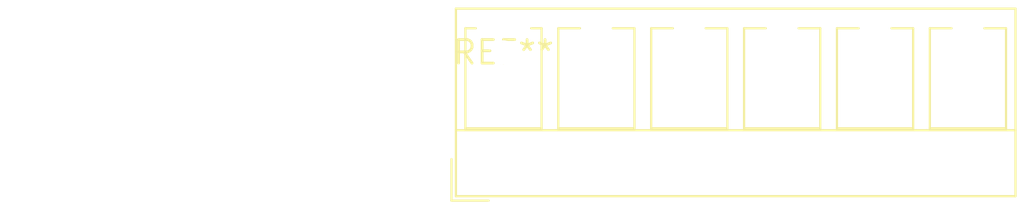
<source format=kicad_pcb>
(kicad_pcb (version 20240108) (generator pcbnew)
  (layers (0 "F.Cu" signal) (31 "B.Cu" signal) (34 "B.Paste" user) (35 "F.Paste" user) (36 "B.SilkS" user "B.Silkscreen") (37 "F.SilkS" user "F.Silkscreen") (38 "B.Mask" user) (39 "F.Mask" user) (44 "Edge.Cuts" user))
  (net 0 "")
  (footprint "TerminalBlock_RND_205-00280_1x06_P5.00mm_Vertical" (layer "F.Cu") (at 0 0)
    (property "Reference" "REF**")
    (property "Value" "TerminalBlock_RND_205-00280_1x06_P5.00mm_Vertical")
    (fp_line (start -2.8 5.76) (end -2.8 8) (layer "F.SilkS") (stroke (width 0.12)))
    (fp_line (start -2.8 8) (end -0.8 8) (layer "F.SilkS") (stroke (width 0.12)))
    (fp_line (start -2.56 -2.36) (end -2.56 7.76) (layer "F.SilkS") (stroke (width 0.12)))
    (fp_line (start -2.56 -2.36) (end 27.56 -2.36) (layer "F.SilkS") (stroke (width 0.12)))
    (fp_line (start -2.56 4.2) (end 27.56 4.2) (layer "F.SilkS") (stroke (width 0.12)))
    (fp_line (start -2.56 7.76) (end 27.56 7.76) (layer "F.SilkS") (stroke (width 0.12)))
    (fp_line (start -2.05 -1.3) (end -2.05 4.1) (layer "F.SilkS") (stroke (width 0.12)))
    (fp_line (start -2.05 -1.3) (end -1.49 -1.3) (layer "F.SilkS") (stroke (width 0.12)))
    (fp_line (start -2.05 4.1) (end 2.05 4.1) (layer "F.SilkS") (stroke (width 0.12)))
    (fp_line (start 1.49 -1.3) (end 2.05 -1.3) (layer "F.SilkS") (stroke (width 0.12)))
    (fp_line (start 2.05 -1.3) (end 2.05 4.1) (layer "F.SilkS") (stroke (width 0.12)))
    (fp_line (start 2.95 -1.3) (end 2.95 4.1) (layer "F.SilkS") (stroke (width 0.12)))
    (fp_line (start 2.95 -1.3) (end 4.117 -1.3) (layer "F.SilkS") (stroke (width 0.12)))
    (fp_line (start 2.95 4.1) (end 7.05 4.1) (layer "F.SilkS") (stroke (width 0.12)))
    (fp_line (start 5.884 -1.3) (end 7.05 -1.3) (layer "F.SilkS") (stroke (width 0.12)))
    (fp_line (start 7.05 -1.3) (end 7.05 4.1) (layer "F.SilkS") (stroke (width 0.12)))
    (fp_line (start 7.95 -1.3) (end 7.95 4.1) (layer "F.SilkS") (stroke (width 0.12)))
    (fp_line (start 7.95 -1.3) (end 9.117 -1.3) (layer "F.SilkS") (stroke (width 0.12)))
    (fp_line (start 7.95 4.1) (end 12.05 4.1) (layer "F.SilkS") (stroke (width 0.12)))
    (fp_line (start 10.884 -1.3) (end 12.05 -1.3) (layer "F.SilkS") (stroke (width 0.12)))
    (fp_line (start 12.05 -1.3) (end 12.05 4.1) (layer "F.SilkS") (stroke (width 0.12)))
    (fp_line (start 12.95 -1.3) (end 12.95 4.1) (layer "F.SilkS") (stroke (width 0.12)))
    (fp_line (start 12.95 -1.3) (end 14.117 -1.3) (layer "F.SilkS") (stroke (width 0.12)))
    (fp_line (start 12.95 4.1) (end 17.05 4.1) (layer "F.SilkS") (stroke (width 0.12)))
    (fp_line (start 15.884 -1.3) (end 17.05 -1.3) (layer "F.SilkS") (stroke (width 0.12)))
    (fp_line (start 17.05 -1.3) (end 17.05 4.1) (layer "F.SilkS") (stroke (width 0.12)))
    (fp_line (start 17.95 -1.3) (end 17.95 4.1) (layer "F.SilkS") (stroke (width 0.12)))
    (fp_line (start 17.95 -1.3) (end 19.117 -1.3) (layer "F.SilkS") (stroke (width 0.12)))
    (fp_line (start 17.95 4.1) (end 22.05 4.1) (layer "F.SilkS") (stroke (width 0.12)))
    (fp_line (start 20.884 -1.3) (end 22.05 -1.3) (layer "F.SilkS") (stroke (width 0.12)))
    (fp_line (start 22.05 -1.3) (end 22.05 4.1) (layer "F.SilkS") (stroke (width 0.12)))
    (fp_line (start 22.95 -1.3) (end 22.95 4.1) (layer "F.SilkS") (stroke (width 0.12)))
    (fp_line (start 22.95 -1.3) (end 24.117 -1.3) (layer "F.SilkS") (stroke (width 0.12)))
    (fp_line (start 22.95 4.1) (end 27.05 4.1) (layer "F.SilkS") (stroke (width 0.12)))
    (fp_line (start 25.884 -1.3) (end 27.05 -1.3) (layer "F.SilkS") (stroke (width 0.12)))
    (fp_line (start 27.05 -1.3) (end 27.05 4.1) (layer "F.SilkS") (stroke (width 0.12)))
    (fp_line (start 27.56 -2.36) (end 27.56 7.76) (layer "F.SilkS") (stroke (width 0.12)))
    (pad "1" thru_hole rect (at 0 0) (size 2.5 2.5) (drill 1.3) (layers *.Cu *.Mask) (remove_unused_layers))
    (pad "2" thru_hole circle (at 5 0) (size 2.5 2.5) (drill 1.3) (layers *.Cu *.Mask) (remove_unused_layers))
    (pad "3" thru_hole circle (at 10 0) (size 2.5 2.5) (drill 1.3) (layers *.Cu *.Mask) (remove_unused_layers))
    (pad "4" thru_hole circle (at 15 0) (size 2.5 2.5) (drill 1.3) (layers *.Cu *.Mask) (remove_unused_layers))
    (pad "5" thru_hole circle (at 20 0) (size 2.5 2.5) (drill 1.3) (layers *.Cu *.Mask) (remove_unused_layers))
    (pad "6" thru_hole circle (at 25 0) (size 2.5 2.5) (drill 1.3) (layers *.Cu *.Mask) (remove_unused_layers))
  )
)
</source>
